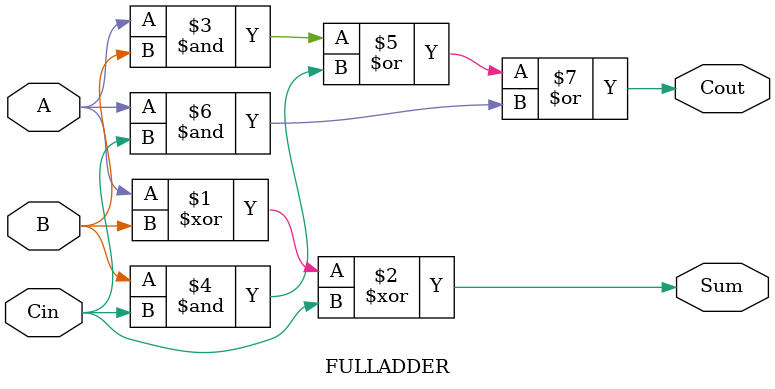
<source format=v>
module FULLADDER(
    input A,          
    input B,         
    input Cin,       
    output Sum,      
    output Cout       
);

    assign Sum = A ^ B ^ Cin;
    assign Cout = (A & B) | (B & Cin) | (A & Cin);

endmodule
</source>
